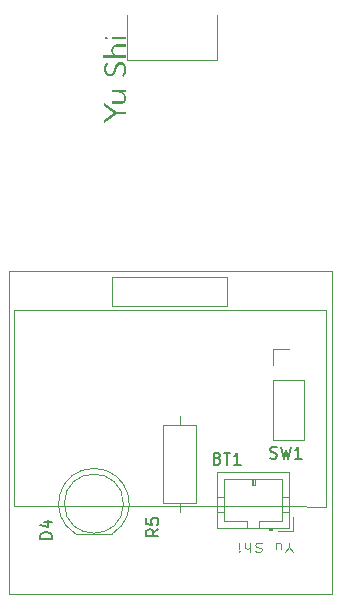
<source format=gbr>
%TF.GenerationSoftware,KiCad,Pcbnew,8.0.8*%
%TF.CreationDate,2025-02-27T00:19:43-08:00*%
%TF.ProjectId,Lab3v3,4c616233-7633-42e6-9b69-6361645f7063,V1*%
%TF.SameCoordinates,Original*%
%TF.FileFunction,Legend,Top*%
%TF.FilePolarity,Positive*%
%FSLAX46Y46*%
G04 Gerber Fmt 4.6, Leading zero omitted, Abs format (unit mm)*
G04 Created by KiCad (PCBNEW 8.0.8) date 2025-02-27 00:19:43*
%MOMM*%
%LPD*%
G01*
G04 APERTURE LIST*
%ADD10C,0.100000*%
%ADD11C,0.150000*%
%ADD12C,0.120000*%
G04 APERTURE END LIST*
D10*
X168005639Y-121204128D02*
X168005639Y-120846985D01*
X168338972Y-121596985D02*
X168005639Y-121204128D01*
X168005639Y-121204128D02*
X167672306Y-121596985D01*
X166910401Y-121346985D02*
X166910401Y-120846985D01*
X167338972Y-121346985D02*
X167338972Y-120954128D01*
X167338972Y-120954128D02*
X167291353Y-120882700D01*
X167291353Y-120882700D02*
X167196115Y-120846985D01*
X167196115Y-120846985D02*
X167053258Y-120846985D01*
X167053258Y-120846985D02*
X166958020Y-120882700D01*
X166958020Y-120882700D02*
X166910401Y-120918414D01*
X165719924Y-120882700D02*
X165577067Y-120846985D01*
X165577067Y-120846985D02*
X165338972Y-120846985D01*
X165338972Y-120846985D02*
X165243734Y-120882700D01*
X165243734Y-120882700D02*
X165196115Y-120918414D01*
X165196115Y-120918414D02*
X165148496Y-120989842D01*
X165148496Y-120989842D02*
X165148496Y-121061271D01*
X165148496Y-121061271D02*
X165196115Y-121132700D01*
X165196115Y-121132700D02*
X165243734Y-121168414D01*
X165243734Y-121168414D02*
X165338972Y-121204128D01*
X165338972Y-121204128D02*
X165529448Y-121239842D01*
X165529448Y-121239842D02*
X165624686Y-121275557D01*
X165624686Y-121275557D02*
X165672305Y-121311271D01*
X165672305Y-121311271D02*
X165719924Y-121382700D01*
X165719924Y-121382700D02*
X165719924Y-121454128D01*
X165719924Y-121454128D02*
X165672305Y-121525557D01*
X165672305Y-121525557D02*
X165624686Y-121561271D01*
X165624686Y-121561271D02*
X165529448Y-121596985D01*
X165529448Y-121596985D02*
X165291353Y-121596985D01*
X165291353Y-121596985D02*
X165148496Y-121561271D01*
X164719924Y-120846985D02*
X164719924Y-121596985D01*
X164291353Y-120846985D02*
X164291353Y-121239842D01*
X164291353Y-121239842D02*
X164338972Y-121311271D01*
X164338972Y-121311271D02*
X164434210Y-121346985D01*
X164434210Y-121346985D02*
X164577067Y-121346985D01*
X164577067Y-121346985D02*
X164672305Y-121311271D01*
X164672305Y-121311271D02*
X164719924Y-121275557D01*
X163815162Y-120846985D02*
X163815162Y-121346985D01*
X163815162Y-121596985D02*
X163862781Y-121561271D01*
X163862781Y-121561271D02*
X163815162Y-121525557D01*
X163815162Y-121525557D02*
X163767543Y-121561271D01*
X163767543Y-121561271D02*
X163815162Y-121596985D01*
X163815162Y-121596985D02*
X163815162Y-121525557D01*
G36*
X154194000Y-84341416D02*
G01*
X154194000Y-84543649D01*
X153418040Y-84543649D01*
X152393246Y-85289567D01*
X152393246Y-85036043D01*
X153242625Y-84442533D01*
X152393246Y-83849023D01*
X152393246Y-83595498D01*
X153418040Y-84341416D01*
X154194000Y-84341416D01*
G37*
G36*
X154194000Y-82697173D02*
G01*
X154104484Y-82704300D01*
X154098598Y-82704501D01*
X154008799Y-82705474D01*
X154002757Y-82705478D01*
X154002757Y-82711339D01*
X154075694Y-82772635D01*
X154091124Y-82789986D01*
X154145365Y-82868113D01*
X154160587Y-82896964D01*
X154196527Y-82989746D01*
X154205430Y-83022505D01*
X154221092Y-83120599D01*
X154222136Y-83152930D01*
X154216414Y-83257513D01*
X154195861Y-83361522D01*
X154154872Y-83458753D01*
X154102555Y-83527599D01*
X154027010Y-83585924D01*
X153935398Y-83625161D01*
X153840478Y-83644013D01*
X153760957Y-83648255D01*
X153012255Y-83648255D01*
X153012255Y-83462630D01*
X153671711Y-83462630D01*
X153759836Y-83458981D01*
X153847565Y-83446022D01*
X153933363Y-83415491D01*
X153975939Y-83388381D01*
X154037567Y-83315012D01*
X154054635Y-83278471D01*
X154077681Y-83178637D01*
X154081452Y-83105547D01*
X154071341Y-83026901D01*
X154040606Y-82934337D01*
X154015507Y-82890125D01*
X153953680Y-82818241D01*
X153877900Y-82762142D01*
X153791563Y-82725770D01*
X153700260Y-82709477D01*
X153623351Y-82705966D01*
X153012255Y-82705966D01*
X153012255Y-82520341D01*
X153933734Y-82520341D01*
X154024592Y-82517658D01*
X154055514Y-82515945D01*
X154143819Y-82510068D01*
X154194000Y-82506175D01*
X154194000Y-82697173D01*
G37*
G36*
X152702750Y-80305059D02*
G01*
X152628891Y-80378790D01*
X152576135Y-80467602D01*
X152544481Y-80571497D01*
X152534095Y-80674777D01*
X152533930Y-80690474D01*
X152541486Y-80787828D01*
X152553274Y-80845324D01*
X152587562Y-80938609D01*
X152612625Y-80982100D01*
X152678043Y-81053633D01*
X152715060Y-81078820D01*
X152802232Y-81110305D01*
X152862778Y-81115457D01*
X152953726Y-81102961D01*
X153036126Y-81057487D01*
X153054020Y-81039741D01*
X153112277Y-80960358D01*
X153157236Y-80871934D01*
X153165688Y-80851186D01*
X153199455Y-80756117D01*
X153227791Y-80662351D01*
X153243064Y-80604989D01*
X153271668Y-80507628D01*
X153306702Y-80416311D01*
X153333630Y-80358792D01*
X153385374Y-80273237D01*
X153449163Y-80199935D01*
X153482667Y-80170237D01*
X153561760Y-80123800D01*
X153650990Y-80100061D01*
X153735898Y-80094033D01*
X153829854Y-80103546D01*
X153915974Y-80132085D01*
X153953078Y-80151674D01*
X154031650Y-80209123D01*
X154098104Y-80280596D01*
X154114865Y-80303593D01*
X154166076Y-80390387D01*
X154205842Y-80485783D01*
X154215102Y-80514619D01*
X154237874Y-80609719D01*
X154249414Y-80712675D01*
X154250273Y-80749581D01*
X154245265Y-80851152D01*
X154230242Y-80949787D01*
X154205203Y-81045486D01*
X154186965Y-81097383D01*
X154144674Y-81186079D01*
X154089515Y-81266969D01*
X154021490Y-81340055D01*
X153978138Y-81377285D01*
X153856358Y-81194591D01*
X153932555Y-81133817D01*
X153995400Y-81056273D01*
X154019903Y-81014829D01*
X154057410Y-80922161D01*
X154077606Y-80817816D01*
X154081452Y-80741765D01*
X154072364Y-80641958D01*
X154060350Y-80589846D01*
X154023745Y-80496560D01*
X153997921Y-80453070D01*
X153935540Y-80382825D01*
X153896365Y-80353419D01*
X153809929Y-80318527D01*
X153758759Y-80313852D01*
X153669474Y-80326259D01*
X153605325Y-80357815D01*
X153536289Y-80423227D01*
X153502450Y-80473098D01*
X153460410Y-80559823D01*
X153433867Y-80636252D01*
X153406060Y-80729064D01*
X153378033Y-80824808D01*
X153348028Y-80920307D01*
X153314286Y-81013363D01*
X153270990Y-81104905D01*
X153223720Y-81176517D01*
X153157514Y-81244573D01*
X153086114Y-81291800D01*
X152999039Y-81323005D01*
X152908727Y-81334596D01*
X152878166Y-81335275D01*
X152785203Y-81327581D01*
X152694958Y-81301883D01*
X152650873Y-81280565D01*
X152572254Y-81225347D01*
X152506425Y-81156291D01*
X152489966Y-81134019D01*
X152440582Y-81049509D01*
X152403989Y-80955836D01*
X152395884Y-80927390D01*
X152374846Y-80825395D01*
X152365590Y-80721157D01*
X152365109Y-80690963D01*
X152369746Y-80588381D01*
X152383656Y-80491905D01*
X152409669Y-80392834D01*
X152412590Y-80384193D01*
X152453805Y-80291797D01*
X152506149Y-80211808D01*
X152572661Y-80135634D01*
X152580092Y-80128227D01*
X152702750Y-80305059D01*
G37*
G36*
X152280699Y-79759909D02*
G01*
X152280699Y-79574284D01*
X153203497Y-79574284D01*
X153203497Y-79568422D01*
X153130560Y-79507127D01*
X153115130Y-79489776D01*
X153061137Y-79411924D01*
X153046107Y-79383286D01*
X153009754Y-79290779D01*
X153000824Y-79258234D01*
X152985162Y-79159407D01*
X152984118Y-79126831D01*
X152989861Y-79022463D01*
X153010490Y-78918698D01*
X153051630Y-78821741D01*
X153104139Y-78753140D01*
X153179472Y-78694579D01*
X153270940Y-78655183D01*
X153365792Y-78636254D01*
X153445297Y-78631995D01*
X154194000Y-78631995D01*
X154194000Y-78817620D01*
X153534544Y-78817620D01*
X153441203Y-78822383D01*
X153350056Y-78839127D01*
X153265992Y-78871870D01*
X153230755Y-78893824D01*
X153166190Y-78968814D01*
X153133183Y-79069538D01*
X153124802Y-79174703D01*
X153134914Y-79253838D01*
X153165857Y-79345961D01*
X153191187Y-79390125D01*
X153252795Y-79462009D01*
X153328794Y-79518108D01*
X153414847Y-79554480D01*
X153506022Y-79570773D01*
X153582904Y-79574284D01*
X154194000Y-79574284D01*
X154194000Y-79759909D01*
X152280699Y-79759909D01*
G37*
G36*
X152547998Y-77934438D02*
G01*
X152632152Y-77969341D01*
X152639003Y-77976936D01*
X152674614Y-78069260D01*
X152641194Y-78159896D01*
X152639003Y-78162561D01*
X152558211Y-78204201D01*
X152547998Y-78204570D01*
X152463844Y-78170068D01*
X152456993Y-78162561D01*
X152421417Y-78072427D01*
X152421383Y-78069260D01*
X152456993Y-77976936D01*
X152537786Y-77934811D01*
X152547998Y-77934438D01*
G37*
G36*
X154194000Y-77976936D02*
G01*
X154194000Y-78162561D01*
X153012255Y-78162561D01*
X153012255Y-77976936D01*
X154194000Y-77976936D01*
G37*
D11*
X147954819Y-120488094D02*
X146954819Y-120488094D01*
X146954819Y-120488094D02*
X146954819Y-120249999D01*
X146954819Y-120249999D02*
X147002438Y-120107142D01*
X147002438Y-120107142D02*
X147097676Y-120011904D01*
X147097676Y-120011904D02*
X147192914Y-119964285D01*
X147192914Y-119964285D02*
X147383390Y-119916666D01*
X147383390Y-119916666D02*
X147526247Y-119916666D01*
X147526247Y-119916666D02*
X147716723Y-119964285D01*
X147716723Y-119964285D02*
X147811961Y-120011904D01*
X147811961Y-120011904D02*
X147907200Y-120107142D01*
X147907200Y-120107142D02*
X147954819Y-120249999D01*
X147954819Y-120249999D02*
X147954819Y-120488094D01*
X147288152Y-119059523D02*
X147954819Y-119059523D01*
X146907200Y-119297618D02*
X147621485Y-119535713D01*
X147621485Y-119535713D02*
X147621485Y-118916666D01*
X156954819Y-119666666D02*
X156478628Y-119999999D01*
X156954819Y-120238094D02*
X155954819Y-120238094D01*
X155954819Y-120238094D02*
X155954819Y-119857142D01*
X155954819Y-119857142D02*
X156002438Y-119761904D01*
X156002438Y-119761904D02*
X156050057Y-119714285D01*
X156050057Y-119714285D02*
X156145295Y-119666666D01*
X156145295Y-119666666D02*
X156288152Y-119666666D01*
X156288152Y-119666666D02*
X156383390Y-119714285D01*
X156383390Y-119714285D02*
X156431009Y-119761904D01*
X156431009Y-119761904D02*
X156478628Y-119857142D01*
X156478628Y-119857142D02*
X156478628Y-120238094D01*
X155954819Y-118761904D02*
X155954819Y-119238094D01*
X155954819Y-119238094D02*
X156431009Y-119285713D01*
X156431009Y-119285713D02*
X156383390Y-119238094D01*
X156383390Y-119238094D02*
X156335771Y-119142856D01*
X156335771Y-119142856D02*
X156335771Y-118904761D01*
X156335771Y-118904761D02*
X156383390Y-118809523D01*
X156383390Y-118809523D02*
X156431009Y-118761904D01*
X156431009Y-118761904D02*
X156526247Y-118714285D01*
X156526247Y-118714285D02*
X156764342Y-118714285D01*
X156764342Y-118714285D02*
X156859580Y-118761904D01*
X156859580Y-118761904D02*
X156907200Y-118809523D01*
X156907200Y-118809523D02*
X156954819Y-118904761D01*
X156954819Y-118904761D02*
X156954819Y-119142856D01*
X156954819Y-119142856D02*
X156907200Y-119238094D01*
X156907200Y-119238094D02*
X156859580Y-119285713D01*
X166416667Y-113657200D02*
X166559524Y-113704819D01*
X166559524Y-113704819D02*
X166797619Y-113704819D01*
X166797619Y-113704819D02*
X166892857Y-113657200D01*
X166892857Y-113657200D02*
X166940476Y-113609580D01*
X166940476Y-113609580D02*
X166988095Y-113514342D01*
X166988095Y-113514342D02*
X166988095Y-113419104D01*
X166988095Y-113419104D02*
X166940476Y-113323866D01*
X166940476Y-113323866D02*
X166892857Y-113276247D01*
X166892857Y-113276247D02*
X166797619Y-113228628D01*
X166797619Y-113228628D02*
X166607143Y-113181009D01*
X166607143Y-113181009D02*
X166511905Y-113133390D01*
X166511905Y-113133390D02*
X166464286Y-113085771D01*
X166464286Y-113085771D02*
X166416667Y-112990533D01*
X166416667Y-112990533D02*
X166416667Y-112895295D01*
X166416667Y-112895295D02*
X166464286Y-112800057D01*
X166464286Y-112800057D02*
X166511905Y-112752438D01*
X166511905Y-112752438D02*
X166607143Y-112704819D01*
X166607143Y-112704819D02*
X166845238Y-112704819D01*
X166845238Y-112704819D02*
X166988095Y-112752438D01*
X167321429Y-112704819D02*
X167559524Y-113704819D01*
X167559524Y-113704819D02*
X167750000Y-112990533D01*
X167750000Y-112990533D02*
X167940476Y-113704819D01*
X167940476Y-113704819D02*
X168178572Y-112704819D01*
X169083333Y-113704819D02*
X168511905Y-113704819D01*
X168797619Y-113704819D02*
X168797619Y-112704819D01*
X168797619Y-112704819D02*
X168702381Y-112847676D01*
X168702381Y-112847676D02*
X168607143Y-112942914D01*
X168607143Y-112942914D02*
X168511905Y-112990533D01*
X161964285Y-113681009D02*
X162107142Y-113728628D01*
X162107142Y-113728628D02*
X162154761Y-113776247D01*
X162154761Y-113776247D02*
X162202380Y-113871485D01*
X162202380Y-113871485D02*
X162202380Y-114014342D01*
X162202380Y-114014342D02*
X162154761Y-114109580D01*
X162154761Y-114109580D02*
X162107142Y-114157200D01*
X162107142Y-114157200D02*
X162011904Y-114204819D01*
X162011904Y-114204819D02*
X161630952Y-114204819D01*
X161630952Y-114204819D02*
X161630952Y-113204819D01*
X161630952Y-113204819D02*
X161964285Y-113204819D01*
X161964285Y-113204819D02*
X162059523Y-113252438D01*
X162059523Y-113252438D02*
X162107142Y-113300057D01*
X162107142Y-113300057D02*
X162154761Y-113395295D01*
X162154761Y-113395295D02*
X162154761Y-113490533D01*
X162154761Y-113490533D02*
X162107142Y-113585771D01*
X162107142Y-113585771D02*
X162059523Y-113633390D01*
X162059523Y-113633390D02*
X161964285Y-113681009D01*
X161964285Y-113681009D02*
X161630952Y-113681009D01*
X162488095Y-113204819D02*
X163059523Y-113204819D01*
X162773809Y-114204819D02*
X162773809Y-113204819D01*
X163916666Y-114204819D02*
X163345238Y-114204819D01*
X163630952Y-114204819D02*
X163630952Y-113204819D01*
X163630952Y-113204819D02*
X163535714Y-113347676D01*
X163535714Y-113347676D02*
X163440476Y-113442914D01*
X163440476Y-113442914D02*
X163345238Y-113490533D01*
D12*
%TO.C,D4*%
X149955000Y-120080000D02*
X153045000Y-120080000D01*
X149955170Y-120080000D02*
G75*
G02*
X151499952Y-114530000I1544830J2560000D01*
G01*
X151500048Y-114530000D02*
G75*
G02*
X153044830Y-120080000I-48J-2990000D01*
G01*
X154000000Y-117520000D02*
G75*
G02*
X149000000Y-117520000I-2500000J0D01*
G01*
X149000000Y-117520000D02*
G75*
G02*
X154000000Y-117520000I2500000J0D01*
G01*
%TO.C,Humidity1*%
X171700000Y-125150000D02*
X144300000Y-125150000D01*
X171700000Y-97850000D02*
X171700000Y-125150000D01*
X171162000Y-117770000D02*
X171162000Y-101133000D01*
X171162000Y-101133000D02*
X170908000Y-101145000D01*
X167822000Y-117745000D02*
X171162000Y-117770000D01*
X167822000Y-117745000D02*
X144722000Y-117745000D01*
X167822000Y-101145000D02*
X170908000Y-101145000D01*
X162780000Y-100752000D02*
X153001000Y-100752000D01*
X162780000Y-98339000D02*
X162780000Y-100752000D01*
X153001000Y-98339000D02*
X162780000Y-98339000D01*
X153001000Y-98339000D02*
X153001000Y-100752000D01*
X144722000Y-117745000D02*
X144722000Y-101145000D01*
X144722000Y-101145000D02*
X167822000Y-101145000D01*
X144300000Y-125150000D02*
X144300000Y-97850000D01*
X144300000Y-97850000D02*
X171700000Y-97850000D01*
%TO.C,R5*%
X157380000Y-110900000D02*
X157380000Y-117440000D01*
X157380000Y-117440000D02*
X160120000Y-117440000D01*
X158750000Y-110130000D02*
X158750000Y-110900000D01*
X158750000Y-118210000D02*
X158750000Y-117440000D01*
X160120000Y-110900000D02*
X157380000Y-110900000D01*
X160120000Y-117440000D02*
X160120000Y-110900000D01*
%TO.C,SW1*%
X166670000Y-104420000D02*
X168000000Y-104420000D01*
X166670000Y-105750000D02*
X166670000Y-104420000D01*
X166670000Y-107020000D02*
X166670000Y-112160000D01*
X166670000Y-107020000D02*
X169330000Y-107020000D01*
X166670000Y-112160000D02*
X169330000Y-112160000D01*
X169330000Y-107020000D02*
X169330000Y-112160000D01*
D10*
%TO.C,U3*%
X154320000Y-76130000D02*
X154320000Y-79940000D01*
X154320000Y-79940000D02*
X161940000Y-79940000D01*
X161940000Y-79940000D02*
X161940000Y-76130000D01*
D12*
%TO.C,BT1*%
X161940000Y-114840000D02*
X161940000Y-119560000D01*
X161940000Y-116950000D02*
X162550000Y-116950000D01*
X161940000Y-118250000D02*
X162550000Y-118250000D01*
X161940000Y-119560000D02*
X168060000Y-119560000D01*
X162550000Y-115450000D02*
X162550000Y-118950000D01*
X162550000Y-118950000D02*
X164500000Y-118950000D01*
X164500000Y-118950000D02*
X164500000Y-119560000D01*
X164900000Y-115950000D02*
X164900000Y-115450000D01*
X165000000Y-115450000D02*
X165000000Y-115950000D01*
X165100000Y-115450000D02*
X165100000Y-115950000D01*
X165100000Y-115950000D02*
X164900000Y-115950000D01*
X165500000Y-118950000D02*
X167450000Y-118950000D01*
X165500000Y-119560000D02*
X165500000Y-118950000D01*
X166300000Y-119560000D02*
X166300000Y-119760000D01*
X166300000Y-119660000D02*
X166600000Y-119660000D01*
X166300000Y-119760000D02*
X166600000Y-119760000D01*
X166600000Y-119760000D02*
X166600000Y-119560000D01*
X167110000Y-119860000D02*
X168360000Y-119860000D01*
X167450000Y-115450000D02*
X162550000Y-115450000D01*
X167450000Y-118950000D02*
X167450000Y-115450000D01*
X168060000Y-114840000D02*
X161940000Y-114840000D01*
X168060000Y-116950000D02*
X167450000Y-116950000D01*
X168060000Y-118250000D02*
X167450000Y-118250000D01*
X168060000Y-119560000D02*
X168060000Y-114840000D01*
X168360000Y-119860000D02*
X168360000Y-118610000D01*
%TD*%
M02*

</source>
